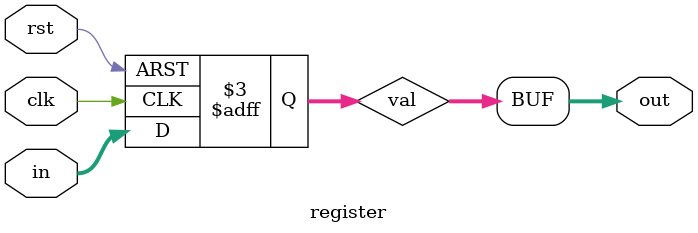
<source format=sv>
module register (
  input logic  clk,
  input logic [15:0] in,
  output logic [15:0] out,
  input logic  rst
);

logic  [15:0] val;

always_ff @(posedge clk, posedge rst) begin
  if (rst) begin
    val <= 16'h0;
  end
  else val <= in;
end
always_comb begin
  out = val;
end
endmodule   // register


</source>
